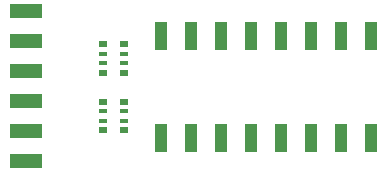
<source format=gbr>
%TF.GenerationSoftware,KiCad,Pcbnew,(5.1.10)-1*%
%TF.CreationDate,2021-08-16T02:03:12+08:00*%
%TF.ProjectId,Pmod-8switch,506d6f64-2d38-4737-9769-7463682e6b69,rev?*%
%TF.SameCoordinates,Original*%
%TF.FileFunction,Paste,Top*%
%TF.FilePolarity,Positive*%
%FSLAX46Y46*%
G04 Gerber Fmt 4.6, Leading zero omitted, Abs format (unit mm)*
G04 Created by KiCad (PCBNEW (5.1.10)-1) date 2021-08-16 02:03:12*
%MOMM*%
%LPD*%
G01*
G04 APERTURE LIST*
%ADD10R,2.800000X1.200000*%
%ADD11R,1.120000X2.440000*%
%ADD12R,0.800000X0.500000*%
%ADD13R,0.800000X0.400000*%
G04 APERTURE END LIST*
D10*
%TO.C,PMOD1*%
X154533600Y-118071900D03*
X154533600Y-120611900D03*
X154533600Y-123151900D03*
X154533600Y-125691900D03*
X154533600Y-128231900D03*
X154533600Y-130771900D03*
%TD*%
D11*
%TO.C,SW1*%
X165963600Y-120243900D03*
X183743600Y-128853900D03*
X168503600Y-120243900D03*
X181203600Y-128853900D03*
X171043600Y-120243900D03*
X178663600Y-128853900D03*
X173583600Y-120243900D03*
X176123600Y-128853900D03*
X176123600Y-120243900D03*
X173583600Y-128853900D03*
X178663600Y-120243900D03*
X171043600Y-128853900D03*
X181203600Y-120243900D03*
X168503600Y-128853900D03*
X183743600Y-120243900D03*
X165963600Y-128853900D03*
%TD*%
D12*
%TO.C,RN2*%
X161050400Y-125792000D03*
D13*
X161050400Y-126592000D03*
D12*
X161050400Y-128192000D03*
D13*
X161050400Y-127392000D03*
D12*
X162850400Y-125792000D03*
D13*
X162850400Y-127392000D03*
X162850400Y-126592000D03*
D12*
X162850400Y-128192000D03*
%TD*%
%TO.C,RN1*%
X161050400Y-120905800D03*
D13*
X161050400Y-121705800D03*
D12*
X161050400Y-123305800D03*
D13*
X161050400Y-122505800D03*
D12*
X162850400Y-120905800D03*
D13*
X162850400Y-122505800D03*
X162850400Y-121705800D03*
D12*
X162850400Y-123305800D03*
%TD*%
M02*

</source>
